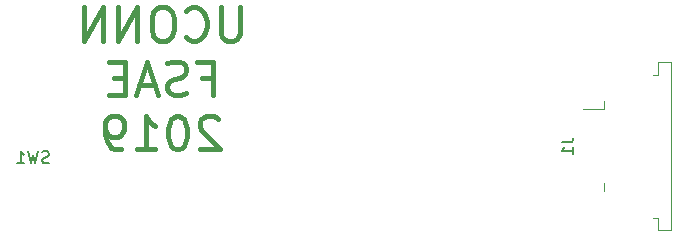
<source format=gbo>
G04 #@! TF.GenerationSoftware,KiCad,Pcbnew,(5.0.2)-1*
G04 #@! TF.CreationDate,2019-03-20T17:30:19-04:00*
G04 #@! TF.ProjectId,Dash_Warning_Panel,44617368-5f57-4617-926e-696e675f5061,rev?*
G04 #@! TF.SameCoordinates,Original*
G04 #@! TF.FileFunction,Legend,Bot*
G04 #@! TF.FilePolarity,Positive*
%FSLAX46Y46*%
G04 Gerber Fmt 4.6, Leading zero omitted, Abs format (unit mm)*
G04 Created by KiCad (PCBNEW (5.0.2)-1) date 3/20/2019 5:30:19 PM*
%MOMM*%
%LPD*%
G01*
G04 APERTURE LIST*
%ADD10C,0.400000*%
%ADD11C,0.120000*%
%ADD12C,0.150000*%
%ADD13C,2.301600*%
%ADD14R,1.201600X1.601600*%
%ADD15R,2.101600X0.711600*%
%ADD16R,3.701600X2.781600*%
G04 APERTURE END LIST*
D10*
X190000000Y-110266666D02*
X190000000Y-112533333D01*
X189866666Y-112800000D01*
X189733333Y-112933333D01*
X189466666Y-113066666D01*
X188933333Y-113066666D01*
X188666666Y-112933333D01*
X188533333Y-112800000D01*
X188400000Y-112533333D01*
X188400000Y-110266666D01*
X185466666Y-112800000D02*
X185600000Y-112933333D01*
X186000000Y-113066666D01*
X186266666Y-113066666D01*
X186666666Y-112933333D01*
X186933333Y-112666666D01*
X187066666Y-112400000D01*
X187200000Y-111866666D01*
X187200000Y-111466666D01*
X187066666Y-110933333D01*
X186933333Y-110666666D01*
X186666666Y-110400000D01*
X186266666Y-110266666D01*
X186000000Y-110266666D01*
X185600000Y-110400000D01*
X185466666Y-110533333D01*
X183733333Y-110266666D02*
X183200000Y-110266666D01*
X182933333Y-110400000D01*
X182666666Y-110666666D01*
X182533333Y-111200000D01*
X182533333Y-112133333D01*
X182666666Y-112666666D01*
X182933333Y-112933333D01*
X183200000Y-113066666D01*
X183733333Y-113066666D01*
X184000000Y-112933333D01*
X184266666Y-112666666D01*
X184400000Y-112133333D01*
X184400000Y-111200000D01*
X184266666Y-110666666D01*
X184000000Y-110400000D01*
X183733333Y-110266666D01*
X181333333Y-113066666D02*
X181333333Y-110266666D01*
X179733333Y-113066666D01*
X179733333Y-110266666D01*
X178400000Y-113066666D02*
X178400000Y-110266666D01*
X176800000Y-113066666D01*
X176800000Y-110266666D01*
X186800000Y-116200000D02*
X187733333Y-116200000D01*
X187733333Y-117666666D02*
X187733333Y-114866666D01*
X186400000Y-114866666D01*
X185466666Y-117533333D02*
X185066666Y-117666666D01*
X184400000Y-117666666D01*
X184133333Y-117533333D01*
X184000000Y-117400000D01*
X183866666Y-117133333D01*
X183866666Y-116866666D01*
X184000000Y-116600000D01*
X184133333Y-116466666D01*
X184400000Y-116333333D01*
X184933333Y-116200000D01*
X185200000Y-116066666D01*
X185333333Y-115933333D01*
X185466666Y-115666666D01*
X185466666Y-115400000D01*
X185333333Y-115133333D01*
X185200000Y-115000000D01*
X184933333Y-114866666D01*
X184266666Y-114866666D01*
X183866666Y-115000000D01*
X182800000Y-116866666D02*
X181466666Y-116866666D01*
X183066666Y-117666666D02*
X182133333Y-114866666D01*
X181200000Y-117666666D01*
X180266666Y-116200000D02*
X179333333Y-116200000D01*
X178933333Y-117666666D02*
X180266666Y-117666666D01*
X180266666Y-114866666D01*
X178933333Y-114866666D01*
X188200000Y-119733333D02*
X188066666Y-119600000D01*
X187800000Y-119466666D01*
X187133333Y-119466666D01*
X186866666Y-119600000D01*
X186733333Y-119733333D01*
X186600000Y-120000000D01*
X186600000Y-120266666D01*
X186733333Y-120666666D01*
X188333333Y-122266666D01*
X186600000Y-122266666D01*
X184866666Y-119466666D02*
X184600000Y-119466666D01*
X184333333Y-119600000D01*
X184200000Y-119733333D01*
X184066666Y-120000000D01*
X183933333Y-120533333D01*
X183933333Y-121200000D01*
X184066666Y-121733333D01*
X184200000Y-122000000D01*
X184333333Y-122133333D01*
X184600000Y-122266666D01*
X184866666Y-122266666D01*
X185133333Y-122133333D01*
X185266666Y-122000000D01*
X185400000Y-121733333D01*
X185533333Y-121200000D01*
X185533333Y-120533333D01*
X185400000Y-120000000D01*
X185266666Y-119733333D01*
X185133333Y-119600000D01*
X184866666Y-119466666D01*
X181266666Y-122266666D02*
X182866666Y-122266666D01*
X182066666Y-122266666D02*
X182066666Y-119466666D01*
X182333333Y-119866666D01*
X182600000Y-120133333D01*
X182866666Y-120266666D01*
X179933333Y-122266666D02*
X179400000Y-122266666D01*
X179133333Y-122133333D01*
X179000000Y-122000000D01*
X178733333Y-121600000D01*
X178600000Y-121066666D01*
X178600000Y-120000000D01*
X178733333Y-119733333D01*
X178866666Y-119600000D01*
X179133333Y-119466666D01*
X179666666Y-119466666D01*
X179933333Y-119600000D01*
X180066666Y-119733333D01*
X180200000Y-120000000D01*
X180200000Y-120666666D01*
X180066666Y-120933333D01*
X179933333Y-121066666D01*
X179666666Y-121200000D01*
X179133333Y-121200000D01*
X178866666Y-121066666D01*
X178733333Y-120933333D01*
X178600000Y-120666666D01*
D11*
G04 #@! TO.C,J1*
X224960000Y-128055000D02*
X225390000Y-128055000D01*
X225390000Y-128055000D02*
X225390000Y-129080000D01*
X225390000Y-129080000D02*
X226520000Y-129080000D01*
X226520000Y-129080000D02*
X226520000Y-114920000D01*
X226520000Y-114920000D02*
X225390000Y-114920000D01*
X225390000Y-114920000D02*
X225390000Y-115945000D01*
X225390000Y-115945000D02*
X224960000Y-115945000D01*
X220880000Y-118210000D02*
X220880000Y-118835000D01*
X220880000Y-118835000D02*
X219080000Y-118835000D01*
X220880000Y-125165000D02*
X220880000Y-125790000D01*
G04 #@! TO.C,SW1*
D12*
X173833333Y-123404761D02*
X173690476Y-123452380D01*
X173452380Y-123452380D01*
X173357142Y-123404761D01*
X173309523Y-123357142D01*
X173261904Y-123261904D01*
X173261904Y-123166666D01*
X173309523Y-123071428D01*
X173357142Y-123023809D01*
X173452380Y-122976190D01*
X173642857Y-122928571D01*
X173738095Y-122880952D01*
X173785714Y-122833333D01*
X173833333Y-122738095D01*
X173833333Y-122642857D01*
X173785714Y-122547619D01*
X173738095Y-122500000D01*
X173642857Y-122452380D01*
X173404761Y-122452380D01*
X173261904Y-122500000D01*
X172928571Y-122452380D02*
X172690476Y-123452380D01*
X172500000Y-122738095D01*
X172309523Y-123452380D01*
X172071428Y-122452380D01*
X171166666Y-123452380D02*
X171738095Y-123452380D01*
X171452380Y-123452380D02*
X171452380Y-122452380D01*
X171547619Y-122595238D01*
X171642857Y-122690476D01*
X171738095Y-122738095D01*
G04 #@! TO.C,J1*
X217252380Y-121666666D02*
X217966666Y-121666666D01*
X218109523Y-121619047D01*
X218204761Y-121523809D01*
X218252380Y-121380952D01*
X218252380Y-121285714D01*
X218252380Y-122666666D02*
X218252380Y-122095238D01*
X218252380Y-122380952D02*
X217252380Y-122380952D01*
X217395238Y-122285714D01*
X217490476Y-122190476D01*
X217538095Y-122095238D01*
G04 #@! TD*
%LPC*%
D13*
G04 #@! TO.C,REF\002A\002A*
X216000000Y-140000000D03*
G04 #@! TD*
G04 #@! TO.C,REF\002A\002A*
X216000000Y-116000000D03*
G04 #@! TD*
G04 #@! TO.C,REF\002A\002A*
X172000000Y-140000000D03*
G04 #@! TD*
D14*
G04 #@! TO.C,SW1*
X173950000Y-124800000D03*
X171410000Y-124800000D03*
X173950000Y-133700000D03*
X171410000Y-133700000D03*
G04 #@! TD*
D13*
G04 #@! TO.C,REF\002A\002A*
X172000000Y-116000000D03*
G04 #@! TD*
D15*
G04 #@! TO.C,J1*
X220000000Y-119500000D03*
X220000000Y-120500000D03*
X220000000Y-121500000D03*
X220000000Y-122500000D03*
X220000000Y-123500000D03*
X220000000Y-124500000D03*
D16*
X222800000Y-116510000D03*
X222800000Y-127490000D03*
G04 #@! TD*
M02*

</source>
